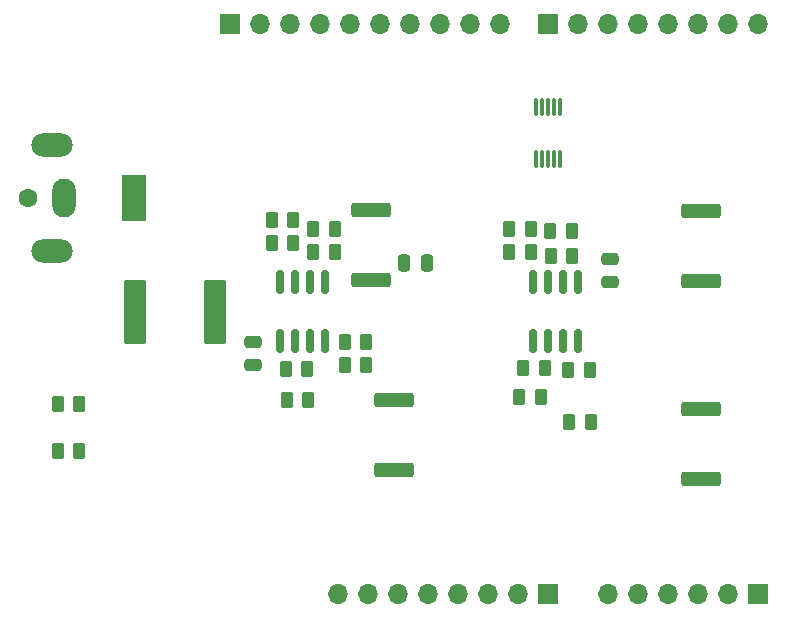
<source format=gbr>
%TF.GenerationSoftware,KiCad,Pcbnew,7.0.7*%
%TF.CreationDate,2024-11-11T15:48:16-05:00*%
%TF.ProjectId,control-board_v2,636f6e74-726f-46c2-9d62-6f6172645f76,rev?*%
%TF.SameCoordinates,Original*%
%TF.FileFunction,Soldermask,Bot*%
%TF.FilePolarity,Negative*%
%FSLAX46Y46*%
G04 Gerber Fmt 4.6, Leading zero omitted, Abs format (unit mm)*
G04 Created by KiCad (PCBNEW 7.0.7) date 2024-11-11 15:48:16*
%MOMM*%
%LPD*%
G01*
G04 APERTURE LIST*
G04 Aperture macros list*
%AMRoundRect*
0 Rectangle with rounded corners*
0 $1 Rounding radius*
0 $2 $3 $4 $5 $6 $7 $8 $9 X,Y pos of 4 corners*
0 Add a 4 corners polygon primitive as box body*
4,1,4,$2,$3,$4,$5,$6,$7,$8,$9,$2,$3,0*
0 Add four circle primitives for the rounded corners*
1,1,$1+$1,$2,$3*
1,1,$1+$1,$4,$5*
1,1,$1+$1,$6,$7*
1,1,$1+$1,$8,$9*
0 Add four rect primitives between the rounded corners*
20,1,$1+$1,$2,$3,$4,$5,0*
20,1,$1+$1,$4,$5,$6,$7,0*
20,1,$1+$1,$6,$7,$8,$9,0*
20,1,$1+$1,$8,$9,$2,$3,0*%
G04 Aperture macros list end*
%ADD10C,1.600000*%
%ADD11R,2.000000X4.000000*%
%ADD12O,2.000000X3.300000*%
%ADD13O,3.500000X2.000000*%
%ADD14RoundRect,0.250000X1.425000X-0.362500X1.425000X0.362500X-1.425000X0.362500X-1.425000X-0.362500X0*%
%ADD15RoundRect,0.250000X-0.262500X-0.450000X0.262500X-0.450000X0.262500X0.450000X-0.262500X0.450000X0*%
%ADD16RoundRect,0.250000X0.262500X0.450000X-0.262500X0.450000X-0.262500X-0.450000X0.262500X-0.450000X0*%
%ADD17R,1.700000X1.700000*%
%ADD18O,1.700000X1.700000*%
%ADD19RoundRect,0.150000X0.150000X-0.825000X0.150000X0.825000X-0.150000X0.825000X-0.150000X-0.825000X0*%
%ADD20RoundRect,0.250000X0.475000X-0.250000X0.475000X0.250000X-0.475000X0.250000X-0.475000X-0.250000X0*%
%ADD21RoundRect,0.250000X-1.425000X0.362500X-1.425000X-0.362500X1.425000X-0.362500X1.425000X0.362500X0*%
%ADD22RoundRect,0.250000X-0.712500X-2.475000X0.712500X-2.475000X0.712500X2.475000X-0.712500X2.475000X0*%
%ADD23RoundRect,0.150000X-0.150000X0.825000X-0.150000X-0.825000X0.150000X-0.825000X0.150000X0.825000X0*%
%ADD24RoundRect,0.250000X-0.475000X0.250000X-0.475000X-0.250000X0.475000X-0.250000X0.475000X0.250000X0*%
%ADD25RoundRect,0.075000X-0.075000X0.650000X-0.075000X-0.650000X0.075000X-0.650000X0.075000X0.650000X0*%
%ADD26RoundRect,0.250000X-0.250000X-0.475000X0.250000X-0.475000X0.250000X0.475000X-0.250000X0.475000X0*%
G04 APERTURE END LIST*
D10*
%TO.C,J1*%
X18570000Y-32560000D03*
D11*
X27570000Y-32560000D03*
D12*
X21570000Y-32560000D03*
D13*
X20570000Y-28060000D03*
X20570000Y-37060000D03*
%TD*%
D14*
%TO.C,R14*%
X75510000Y-39592500D03*
X75510000Y-33667500D03*
%TD*%
D15*
%TO.C,R6*%
X39187500Y-36380000D03*
X41012500Y-36380000D03*
%TD*%
D16*
%TO.C,R18*%
X22912500Y-50000000D03*
X21087500Y-50000000D03*
%TD*%
%TO.C,R22*%
X64622500Y-37420000D03*
X62797500Y-37420000D03*
%TD*%
D14*
%TO.C,R1*%
X47560000Y-39480000D03*
X47560000Y-33555000D03*
%TD*%
D15*
%TO.C,R11*%
X60127500Y-49430000D03*
X61952500Y-49430000D03*
%TD*%
D17*
%TO.C,J8*%
X35650000Y-17840000D03*
D18*
X38190000Y-17840000D03*
X40730000Y-17840000D03*
X43270000Y-17840000D03*
X45810000Y-17840000D03*
X48350000Y-17840000D03*
X50890000Y-17840000D03*
X53430000Y-17840000D03*
X55970000Y-17840000D03*
X58510000Y-17840000D03*
%TD*%
D16*
%TO.C,R10*%
X66222500Y-51500000D03*
X64397500Y-51500000D03*
%TD*%
D19*
%TO.C,U4*%
X65120000Y-44645000D03*
X63850000Y-44645000D03*
X62580000Y-44645000D03*
X61310000Y-44645000D03*
X61310000Y-39695000D03*
X62580000Y-39695000D03*
X63850000Y-39695000D03*
X65120000Y-39695000D03*
%TD*%
D20*
%TO.C,C3*%
X67790000Y-39650000D03*
X67790000Y-37750000D03*
%TD*%
D15*
%TO.C,R4*%
X45357500Y-46700000D03*
X47182500Y-46700000D03*
%TD*%
D21*
%TO.C,R9*%
X75500000Y-50395000D03*
X75500000Y-56320000D03*
%TD*%
%TO.C,R2*%
X49540000Y-49660000D03*
X49540000Y-55585000D03*
%TD*%
D16*
%TO.C,R5*%
X41012500Y-34400000D03*
X39187500Y-34400000D03*
%TD*%
D17*
%TO.C,J7*%
X80350000Y-66090000D03*
D18*
X77810000Y-66090000D03*
X75270000Y-66090000D03*
X72730000Y-66090000D03*
X70190000Y-66090000D03*
X67650000Y-66090000D03*
%TD*%
D16*
%TO.C,R12*%
X62312500Y-46960000D03*
X60487500Y-46960000D03*
%TD*%
D22*
%TO.C,F1*%
X27632500Y-42170000D03*
X34407500Y-42170000D03*
%TD*%
D23*
%TO.C,U2*%
X39860000Y-39695000D03*
X41130000Y-39695000D03*
X42400000Y-39695000D03*
X43670000Y-39695000D03*
X43670000Y-44645000D03*
X42400000Y-44645000D03*
X41130000Y-44645000D03*
X39860000Y-44645000D03*
%TD*%
D15*
%TO.C,R8*%
X40377500Y-47010000D03*
X42202500Y-47010000D03*
%TD*%
D16*
%TO.C,R13*%
X66122500Y-47090000D03*
X64297500Y-47090000D03*
%TD*%
%TO.C,R3*%
X42282500Y-49650000D03*
X40457500Y-49650000D03*
%TD*%
%TO.C,R16*%
X61132500Y-35130000D03*
X59307500Y-35130000D03*
%TD*%
D15*
%TO.C,R20*%
X42687500Y-37130000D03*
X44512500Y-37130000D03*
%TD*%
%TO.C,R7*%
X45367500Y-44710000D03*
X47192500Y-44710000D03*
%TD*%
%TO.C,R19*%
X42687500Y-35150000D03*
X44512500Y-35150000D03*
%TD*%
D17*
%TO.C,J6*%
X62570000Y-66090000D03*
D18*
X60030000Y-66090000D03*
X57490000Y-66090000D03*
X54950000Y-66090000D03*
X52410000Y-66090000D03*
X49870000Y-66090000D03*
X47330000Y-66090000D03*
X44790000Y-66090000D03*
%TD*%
D24*
%TO.C,C7*%
X37600000Y-44750000D03*
X37600000Y-46650000D03*
%TD*%
D16*
%TO.C,R15*%
X64592500Y-35370000D03*
X62767500Y-35370000D03*
%TD*%
%TO.C,R17*%
X22912500Y-54000000D03*
X21087500Y-54000000D03*
%TD*%
D25*
%TO.C,U3*%
X61580000Y-24880000D03*
X62080000Y-24880000D03*
X62580000Y-24880000D03*
X63080000Y-24880000D03*
X63580000Y-24880000D03*
X63580000Y-29280000D03*
X63080000Y-29280000D03*
X62580000Y-29280000D03*
X62080000Y-29280000D03*
X61580000Y-29280000D03*
%TD*%
D26*
%TO.C,C2*%
X50420000Y-38020000D03*
X52320000Y-38020000D03*
%TD*%
D17*
%TO.C,J9*%
X62570000Y-17840000D03*
D18*
X65110000Y-17840000D03*
X67650000Y-17840000D03*
X70190000Y-17840000D03*
X72730000Y-17840000D03*
X75270000Y-17840000D03*
X77810000Y-17840000D03*
X80350000Y-17840000D03*
%TD*%
D16*
%TO.C,R21*%
X61132500Y-37130000D03*
X59307500Y-37130000D03*
%TD*%
M02*

</source>
